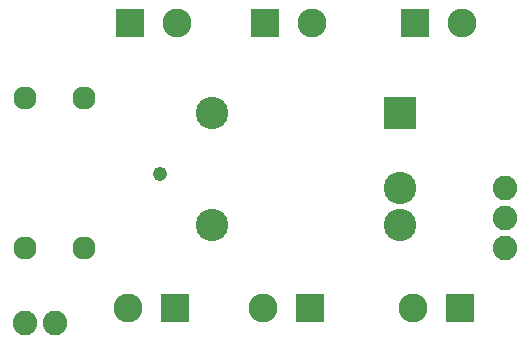
<source format=gbs>
G75*
G70*
%OFA0B0*%
%FSLAX24Y24*%
%IPPOS*%
%LPD*%
%AMOC8*
5,1,8,0,0,1.08239X$1,22.5*
%
%ADD10C,0.1080*%
%ADD11R,0.1080X0.1080*%
%ADD12C,0.0820*%
%ADD13R,0.0966X0.0966*%
%ADD14C,0.0966*%
%ADD15C,0.0771*%
%ADD16C,0.0476*%
D10*
X008850Y006000D03*
X008850Y009750D03*
X015100Y007250D03*
X015100Y006000D03*
D11*
X015100Y009750D03*
D12*
X002600Y002750D03*
X003600Y002750D03*
X018600Y005250D03*
X018600Y006250D03*
X018600Y007250D03*
D13*
X017100Y003250D03*
X012100Y003250D03*
X007600Y003250D03*
X006100Y012750D03*
X010600Y012750D03*
X015600Y012750D03*
D14*
X017159Y012750D03*
X012159Y012750D03*
X007659Y012750D03*
X006041Y003250D03*
X010541Y003250D03*
X015541Y003250D03*
D15*
X004584Y005250D03*
X002616Y005250D03*
X002616Y010250D03*
X004584Y010250D03*
D16*
X007100Y007700D03*
M02*

</source>
